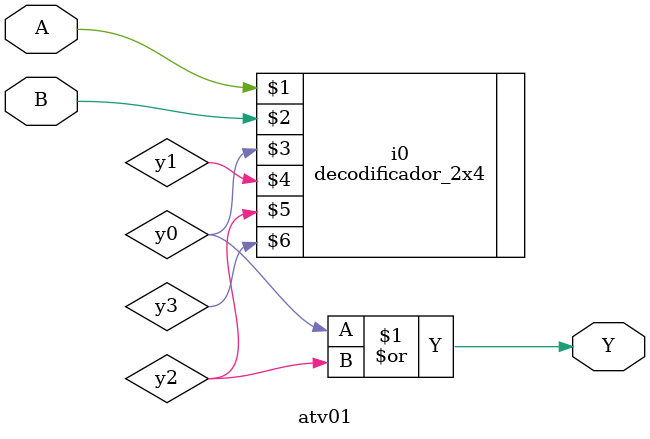
<source format=v>
module atv01 (
    input A, B,
    output Y
);
    wire y0, y1, y2, y3;
    decodificador_2x4 i0 (A, B, y0, y1, y2, y3);
    assign Y = y0 | y2;
endmodule
</source>
